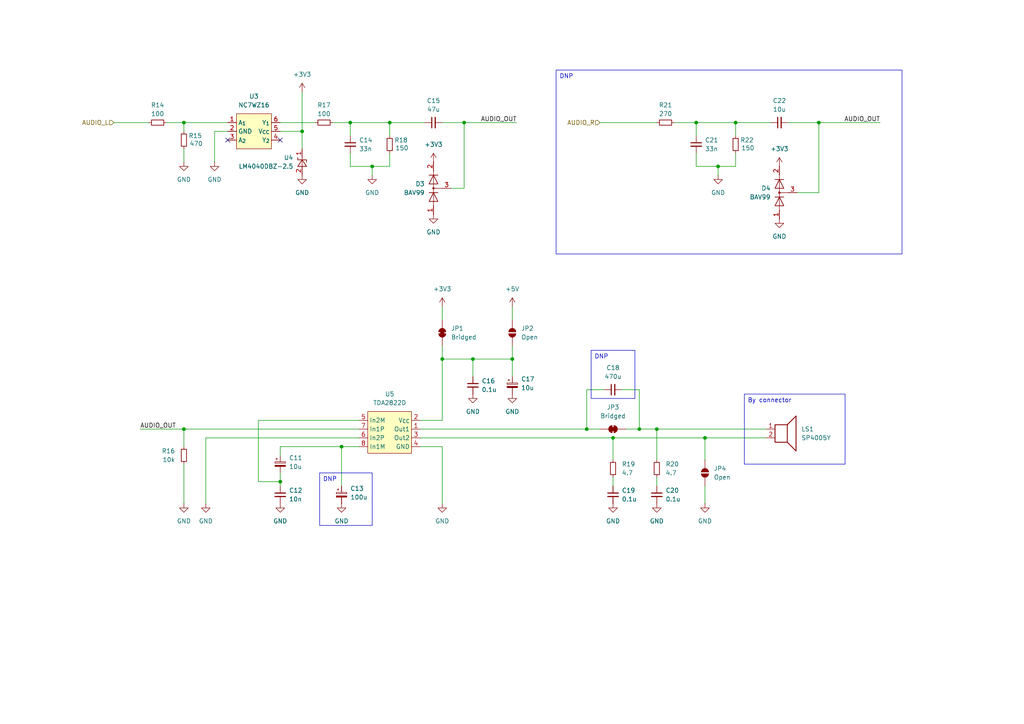
<source format=kicad_sch>
(kicad_sch (version 20250114) (generator "eeschema") (generator_version "9.0")
  (paper "A4")
  (title_block (date "2025-02-26"))
  (lib_symbols
    (symbol "Device:C_Polarized_Small" (pin_numbers (hide yes)) (pin_names (offset 0.254) (hide yes))
      (property "Reference" "C" (at 0.254 1.778 0))
      (property "Value" "C_Polarized_Small" (at 0.254 -2.032 0))
      (symbol "C_Polarized_Small_0_1"
        (rectangle (start -1.524 0.6858) (end 1.524 0.3048))
        (rectangle (start -1.524 -0.3048) (end 1.524 -0.6858) (fill (type outline)))
        (polyline (pts (xy -1.27 1.524) (xy -0.762 1.524)))
        (polyline (pts (xy -1.016 1.27) (xy -1.016 1.778)))
      )
      (symbol "C_Polarized_Small_1_1"
        (pin passive line (at 0 2.54 270) (length 1.8542) (name "~") (number "1"))
        (pin passive line (at 0 -2.54 90) (length 1.8542) (name "~") (number "2"))
      )
    )
    (symbol "Device:C_Small" (pin_numbers (hide yes)) (pin_names (offset 0.254) (hide yes))
      (property "Reference" "C" (at 0.254 1.778 0))
      (property "Value" "C_Small" (at 0.254 -2.032 0))
      (symbol "C_Small_0_1"
        (polyline (pts (xy -1.524 0.508) (xy 1.524 0.508)) (stroke (width 0.3048)))
        (polyline (pts (xy -1.524 -0.508) (xy 1.524 -0.508)) (stroke (width 0.3302)))
      )
      (symbol "C_Small_1_1"
        (pin passive line (at 0 2.54 270) (length 2.032) (name "~") (number "1"))
        (pin passive line (at 0 -2.54 90) (length 2.032) (name "~") (number "2"))
      )
    )
    (symbol "Device:R_Small" (pin_numbers (hide yes)) (pin_names (offset 0.254) (hide yes))
      (property "Reference" "R" (at 0.762 0.508 0))
      (property "Value" "R_Small" (at 0.762 -1.016 0))
      (symbol "R_Small_0_1"
        (rectangle (start -0.762 1.778) (end 0.762 -1.778) (stroke (width 0.2032)))
      )
      (symbol "R_Small_1_1"
        (pin passive line (at 0 2.54 270) (length 0.762) (name "~") (number "1"))
        (pin passive line (at 0 -2.54 90) (length 0.762) (name "~") (number "2"))
      )
    )
    (symbol "Device:Speaker" (pin_names (offset 0) (hide yes))
      (property "Reference" "LS" (at 1.27 5.715 0))
      (property "Value" "Speaker" (at 1.27 3.81 0))
      (symbol "Speaker_0_0"
        (rectangle (start -2.54 1.27) (end 1.016 -3.81) (stroke (width 0.254)))
        (polyline (pts (xy 1.016 1.27) (xy 3.556 3.81) (xy 3.556 -6.35) (xy 1.016 -3.81)) (stroke (width 0.254)))
      )
      (symbol "Speaker_1_1"
        (pin input line (at -5.08 0 0) (length 2.54) (name "1") (number "1"))
        (pin input line (at -5.08 -2.54 0) (length 2.54) (name "2") (number "2"))
      )
    )
    (symbol "Diode:BAV99" (pin_names (hide yes))
      (property "Reference" "D" (at 0 5.08 0))
      (property "Value" "BAV99" (at 0 2.54 0))
      (symbol "BAV99_0_1"
        (polyline (pts (xy -5.08 0) (xy 5.08 0)))
      )
      (symbol "BAV99_1_1"
        (polyline (pts (xy -3.81 1.27) (xy -1.27 0) (xy -3.81 -1.27) (xy -3.81 1.27) (xy -3.81 1.27) (xy -3.81 1.27)) (stroke (width 0.2032)))
        (polyline (pts (xy -1.27 -1.27) (xy -1.27 1.27) (xy -1.27 1.27)) (stroke (width 0.2032)))
        (polyline (pts (xy 0 0) (xy 0 -2.54)))
        (circle (center 0 0) (radius 0.254) (fill (type outline)))
        (polyline (pts (xy 1.27 1.27) (xy 3.81 0) (xy 1.27 -1.27) (xy 1.27 1.27) (xy 1.27 1.27) (xy 1.27 1.27)) (stroke (width 0.2032)))
        (polyline (pts (xy 3.81 1.27) (xy 3.81 -1.27) (xy 3.81 -1.27)) (stroke (width 0.2032)))
        (pin passive line (at -7.62 0 0) (length 2.54) (name "K") (number "1"))
        (pin passive line (at 0 -5.08 90) (length 2.54) (name "K") (number "3"))
        (pin passive line (at 7.62 0 180) (length 2.54) (name "A") (number "2"))
      )
    )
    (symbol "Jumper:SolderJumper_2_Bridged" (pin_numbers (hide yes)) (pin_names (offset 0) (hide yes)) (exclude_from_sim yes) (in_bom no)
      (property "Reference" "JP" (at 0 2.032 0))
      (property "Value" "SolderJumper_2_Bridged" (at 0 -2.54 0))
      (symbol "SolderJumper_2_Bridged_0_1"
        (rectangle (start -0.508 0.508) (end 0.508 -0.508) (fill (type outline)))
        (polyline (pts (xy -0.254 1.016) (xy -0.254 -1.016)))
        (arc (start -0.254 -1.016) (mid -1.2656 0) (end -0.254 1.016))
        (arc (start -0.254 -1.016) (mid -1.2656 0) (end -0.254 1.016) (fill (type outline)))
        (arc (start 0.254 1.016) (mid 1.2656 0) (end 0.254 -1.016))
        (arc (start 0.254 1.016) (mid 1.2656 0) (end 0.254 -1.016) (fill (type outline)))
        (polyline (pts (xy 0.254 1.016) (xy 0.254 -1.016)))
      )
      (symbol "SolderJumper_2_Bridged_1_1"
        (pin passive line (at -3.81 0 0) (length 2.54) (name "A") (number "1"))
        (pin passive line (at 3.81 0 180) (length 2.54) (name "B") (number "2"))
      )
    )
    (symbol "Jumper:SolderJumper_2_Open" (pin_numbers (hide yes)) (pin_names (offset 0) (hide yes)) (exclude_from_sim yes) (in_bom no)
      (property "Reference" "JP" (at 0 2.032 0))
      (property "Value" "SolderJumper_2_Open" (at 0 -2.54 0))
      (symbol "SolderJumper_2_Open_0_1"
        (polyline (pts (xy -0.254 1.016) (xy -0.254 -1.016)))
        (arc (start -0.254 -1.016) (mid -1.2656 0) (end -0.254 1.016))
        (arc (start -0.254 -1.016) (mid -1.2656 0) (end -0.254 1.016) (fill (type outline)))
        (arc (start 0.254 1.016) (mid 1.2656 0) (end 0.254 -1.016))
        (arc (start 0.254 1.016) (mid 1.2656 0) (end 0.254 -1.016) (fill (type outline)))
        (polyline (pts (xy 0.254 1.016) (xy 0.254 -1.016)))
      )
      (symbol "SolderJumper_2_Open_1_1"
        (pin passive line (at -3.81 0 0) (length 2.54) (name "A") (number "1"))
        (pin passive line (at 3.81 0 180) (length 2.54) (name "B") (number "2"))
      )
    )
    (symbol "Reference_Voltage:LM4040DBZ-2.5" (pin_names (offset 0.0254) (hide yes))
      (property "Reference" "U" (at 0 2.54 0))
      (property "Value" "LM4040DBZ-2.5" (at 0 -3.175 0))
      (symbol "LM4040DBZ-2.5_0_1"
        (polyline (pts (xy -1.27 0) (xy 0 0) (xy 1.27 0)))
        (polyline (pts (xy -1.27 -1.27) (xy 0.635 0) (xy -1.27 1.27) (xy -1.27 -1.27)) (stroke (width 0.2032)))
        (polyline (pts (xy 0 -1.27) (xy 0.635 -1.27) (xy 0.635 1.27) (xy 1.27 1.27)) (stroke (width 0.2032)))
      )
      (symbol "LM4040DBZ-2.5_1_1"
        (pin passive line (at -3.81 0 0) (length 2.54) (name "A") (number "2"))
        (pin no_connect line (at -1.27 0 0) (length 2.54) (hide yes) (name "NC") (number "3"))
        (pin passive line (at 3.81 0 180) (length 2.54) (name "K") (number "1"))
      )
    )
    (symbol "hotline_symbols:NC7WZ16"
      (property "Reference" "U" (at -4.064 7.366 0))
      (property "Value" "NC7WZ16" (at 2.794 7.366 0))
      (symbol "NC7WZ16_1_1"
        (rectangle (start -5.08 5.08) (end 5.08 -5.08) (fill (type background)))
        (pin passive line (at -7.62 2.54 0) (length 2.54) (name "A_{1}") (number "1"))
        (pin passive line (at -7.62 0 0) (length 2.54) (name "GND") (number "2"))
        (pin passive line (at -7.62 -2.54 0) (length 2.54) (name "A_{2}") (number "3"))
        (pin passive line (at 7.62 2.54 180) (length 2.54) (name "Y_{1}") (number "6"))
        (pin passive line (at 7.62 0 180) (length 2.54) (name "V_{CC}") (number "5"))
        (pin passive line (at 7.62 -2.54 180) (length 2.54) (name "Y_{2}") (number "4"))
      )
    )
    (symbol "hotline_symbols:TDA2822D"
      (property "Reference" "U" (at -5.334 8.128 0))
      (property "Value" "TDA2822D" (at 1.524 8.128 0))
      (symbol "TDA2822D_1_1"
        (rectangle (start -6.35 6.35) (end 6.35 -5.715) (fill (type background)))
        (pin passive line (at -8.89 3.81 0) (length 2.54) (name "V_{CC}") (number "2"))
        (pin passive line (at -8.89 1.27 0) (length 2.54) (name "Out1") (number "1"))
        (pin passive line (at -8.89 -1.27 0) (length 2.54) (name "Out2") (number "3"))
        (pin passive line (at -8.89 -3.81 0) (length 2.54) (name "GND") (number "4"))
        (pin passive line (at 8.89 3.81 180) (length 2.54) (name "In2M") (number "5"))
        (pin passive line (at 8.89 1.27 180) (length 2.54) (name "In1P") (number "7"))
        (pin passive line (at 8.89 -1.27 180) (length 2.54) (name "In2P") (number "6"))
        (pin passive line (at 8.89 -3.81 180) (length 2.54) (name "In1M") (number "8"))
      )
    )
    (symbol "power:+3V3" (power) (pin_numbers (hide yes)) (pin_names (offset 0) (hide yes))
      (property "Value" "+3V3" (at 0 3.556 0))
      (symbol "+3V3_0_1"
        (polyline (pts (xy -0.762 1.27) (xy 0 2.54)))
        (polyline (pts (xy 0 2.54) (xy 0.762 1.27)))
        (polyline (pts (xy 0 0) (xy 0 2.54)))
      )
      (symbol "+3V3_1_1"
        (pin power_in line (at 0 0 90) (length 0) (name "~") (number "1"))
      )
    )
    (symbol "power:+5V" (power) (pin_numbers (hide yes)) (pin_names (offset 0) (hide yes))
      (property "Value" "+5V" (at 0 3.556 0))
      (symbol "+5V_0_1"
        (polyline (pts (xy -0.762 1.27) (xy 0 2.54)))
        (polyline (pts (xy 0 2.54) (xy 0.762 1.27)))
        (polyline (pts (xy 0 0) (xy 0 2.54)))
      )
      (symbol "+5V_1_1"
        (pin power_in line (at 0 0 90) (length 0) (name "~") (number "1"))
      )
    )
    (symbol "power:GND" (power) (pin_numbers (hide yes)) (pin_names (offset 0) (hide yes))
      (property "Value" "GND" (at 0 -3.81 0))
      (symbol "GND_0_1"
        (polyline (pts (xy 0 0) (xy 0 -1.27) (xy 1.27 -1.27) (xy 0 -2.54) (xy -1.27 -1.27) (xy 0 -1.27)))
      )
      (symbol "GND_1_1"
        (pin power_in line (at 0 0 270) (length 0) (name "~") (number "1"))
      )
    )
  )
  (text_box "DNP" (at 92.71 137.16 0) (size 15.24 15.24) (margins 0.9525 0.9525 0.9525 0.9525) (effects (font (size 1.27 1.27)) (justify left top)))
  (text_box "By connector" (at 215.9 114.3 0) (size 29.21 20.32) (margins 0.9525 0.9525 0.9525 0.9525) (effects (font (size 1.27 1.27)) (justify left top)))
  (text_box "DNP" (at 161.29 20.32 0) (size 100.33 53.34) (margins 0.9525 0.9525 0.9525 0.9525) (effects (font (size 1.27 1.27)) (justify left top)))
  (text_box "DNP" (at 171.45 101.6 0) (size 12.7 13.97) (margins 0.9525 0.9525 0.9525 0.9525) (effects (font (size 1.27 1.27)) (justify left top)))
  (junction (at 81.28 139.7))
  (junction (at 204.47 127))
  (junction (at 99.06 129.54))
  (junction (at 170.18 124.46))
  (junction (at 87.63 38.1))
  (junction (at 53.34 124.46))
  (junction (at 101.6 35.56))
  (junction (at 137.16 104.14))
  (junction (at 107.95 48.26))
  (junction (at 208.28 48.26))
  (junction (at 177.8 127))
  (junction (at 148.59 104.14))
  (junction (at 190.5 124.46))
  (junction (at 213.36 35.56))
  (junction (at 128.27 104.14))
  (junction (at 185.42 124.46))
  (junction (at 53.34 35.56))
  (junction (at 201.93 35.56))
  (junction (at 113.03 35.56))
  (junction (at 237.49 35.56))
  (junction (at 134.62 35.56))
  (no_connect (at 66.04 40.64))
  (no_connect (at 81.28 40.64))
  (wire (pts (xy 81.28 137.16) (xy 81.28 139.7)))
  (wire (pts (xy 190.5 124.46) (xy 190.5 133.35)))
  (wire (pts (xy 104.14 121.92) (xy 74.93 121.92)))
  (wire (pts (xy 177.8 127) (xy 177.8 133.35)))
  (wire (pts (xy 170.18 113.03) (xy 170.18 124.46)))
  (wire (pts (xy 213.36 35.56) (xy 213.36 39.37)))
  (wire (pts (xy 81.28 35.56) (xy 91.44 35.56)))
  (wire (pts (xy 81.28 139.7) (xy 81.28 140.97)))
  (wire (pts (xy 113.03 35.56) (xy 113.03 39.37)))
  (wire (pts (xy 228.6 35.56) (xy 237.49 35.56)))
  (wire (pts (xy 208.28 48.26) (xy 208.28 50.8)))
  (wire (pts (xy 148.59 104.14) (xy 148.59 100.33)))
  (wire (pts (xy 53.34 35.56) (xy 53.34 38.1)))
  (wire (pts (xy 137.16 104.14) (xy 148.59 104.14)))
  (wire (pts (xy 128.27 104.14) (xy 128.27 121.92)))
  (wire (pts (xy 201.93 35.56) (xy 201.93 39.37)))
  (wire (pts (xy 180.34 113.03) (xy 185.42 113.03)))
  (wire (pts (xy 204.47 140.97) (xy 204.47 146.05)))
  (wire (pts (xy 204.47 127) (xy 204.47 133.35)))
  (wire (pts (xy 101.6 35.56) (xy 113.03 35.56)))
  (wire (pts (xy 190.5 138.43) (xy 190.5 140.97)))
  (wire (pts (xy 213.36 48.26) (xy 213.36 44.45)))
  (wire (pts (xy 59.69 127) (xy 104.14 127)))
  (wire (pts (xy 213.36 35.56) (xy 223.52 35.56)))
  (wire (pts (xy 81.28 38.1) (xy 87.63 38.1)))
  (wire (pts (xy 53.34 124.46) (xy 53.34 129.54)))
  (wire (pts (xy 96.52 35.56) (xy 101.6 35.56)))
  (wire (pts (xy 87.63 38.1) (xy 87.63 43.18)))
  (wire (pts (xy 53.34 134.62) (xy 53.34 146.05)))
  (wire (pts (xy 201.93 48.26) (xy 208.28 48.26)))
  (wire (pts (xy 204.47 127) (xy 222.25 127)))
  (wire (pts (xy 113.03 35.56) (xy 123.19 35.56)))
  (wire (pts (xy 101.6 35.56) (xy 101.6 39.37)))
  (wire (pts (xy 99.06 129.54) (xy 104.14 129.54)))
  (wire (pts (xy 148.59 88.9) (xy 148.59 92.71)))
  (wire (pts (xy 177.8 138.43) (xy 177.8 140.97)))
  (wire (pts (xy 101.6 48.26) (xy 107.95 48.26)))
  (wire (pts (xy 128.27 35.56) (xy 134.62 35.56)))
  (wire (pts (xy 81.28 132.08) (xy 81.28 129.54)))
  (wire (pts (xy 208.28 48.26) (xy 213.36 48.26)))
  (wire (pts (xy 48.26 35.56) (xy 53.34 35.56)))
  (wire (pts (xy 62.23 38.1) (xy 66.04 38.1)))
  (wire (pts (xy 130.81 54.61) (xy 134.62 54.61)))
  (wire (pts (xy 99.06 140.97) (xy 99.06 129.54)))
  (wire (pts (xy 134.62 35.56) (xy 149.86 35.56)))
  (wire (pts (xy 113.03 48.26) (xy 113.03 44.45)))
  (wire (pts (xy 137.16 104.14) (xy 137.16 109.22)))
  (wire (pts (xy 148.59 109.22) (xy 148.59 104.14)))
  (wire (pts (xy 59.69 146.05) (xy 59.69 127)))
  (wire (pts (xy 128.27 146.05) (xy 128.27 129.54)))
  (wire (pts (xy 33.02 35.56) (xy 43.18 35.56)))
  (wire (pts (xy 195.58 35.56) (xy 201.93 35.56)))
  (wire (pts (xy 40.64 124.46) (xy 53.34 124.46)))
  (wire (pts (xy 173.99 35.56) (xy 190.5 35.56)))
  (wire (pts (xy 101.6 44.45) (xy 101.6 48.26)))
  (wire (pts (xy 170.18 124.46) (xy 173.99 124.46)))
  (wire (pts (xy 53.34 43.18) (xy 53.34 46.99)))
  (wire (pts (xy 185.42 124.46) (xy 190.5 124.46)))
  (wire (pts (xy 128.27 88.9) (xy 128.27 92.71)))
  (wire (pts (xy 201.93 35.56) (xy 213.36 35.56)))
  (wire (pts (xy 237.49 35.56) (xy 255.27 35.56)))
  (wire (pts (xy 87.63 26.67) (xy 87.63 38.1)))
  (wire (pts (xy 237.49 55.88) (xy 237.49 35.56)))
  (wire (pts (xy 121.92 121.92) (xy 128.27 121.92)))
  (wire (pts (xy 74.93 139.7) (xy 81.28 139.7)))
  (wire (pts (xy 231.14 55.88) (xy 237.49 55.88)))
  (wire (pts (xy 121.92 124.46) (xy 170.18 124.46)))
  (wire (pts (xy 121.92 127) (xy 177.8 127)))
  (wire (pts (xy 175.26 113.03) (xy 170.18 113.03)))
  (wire (pts (xy 185.42 113.03) (xy 185.42 124.46)))
  (wire (pts (xy 128.27 100.33) (xy 128.27 104.14)))
  (wire (pts (xy 74.93 121.92) (xy 74.93 139.7)))
  (wire (pts (xy 128.27 129.54) (xy 121.92 129.54)))
  (wire (pts (xy 62.23 46.99) (xy 62.23 38.1)))
  (wire (pts (xy 53.34 35.56) (xy 66.04 35.56)))
  (wire (pts (xy 107.95 48.26) (xy 113.03 48.26)))
  (wire (pts (xy 107.95 48.26) (xy 107.95 50.8)))
  (wire (pts (xy 190.5 124.46) (xy 222.25 124.46)))
  (wire (pts (xy 134.62 54.61) (xy 134.62 35.56)))
  (wire (pts (xy 128.27 104.14) (xy 137.16 104.14)))
  (wire (pts (xy 181.61 124.46) (xy 185.42 124.46)))
  (wire (pts (xy 81.28 129.54) (xy 99.06 129.54)))
  (wire (pts (xy 177.8 127) (xy 204.47 127)))
  (wire (pts (xy 53.34 124.46) (xy 104.14 124.46)))
  (wire (pts (xy 201.93 44.45) (xy 201.93 48.26)))
  (label "AUDIO_OUT" (at 255.27 35.56 180))
  (label "AUDIO_OUT" (at 149.86 35.56 180))
  (label "AUDIO_OUT" (at 40.64 124.46 0))
  (hierarchical_label "AUDIO_R" (shape input) (at 173.99 35.56 180))
  (hierarchical_label "AUDIO_L" (shape input) (at 33.02 35.56 180))
  (symbol (lib_id "power:GND") (at 190.5 146.05 0) (unit 1)
    (property "Reference" "#PWR053" (effects (hide yes)))
    (property "Value" "GND" (at 190.5 151.13 0))
    (property "Description" "Power symbol creates a global label with name \"GND\" , ground" (effects (hide yes)))
  )
  (symbol (lib_id "Device:C_Polarized_Small") (at 148.59 111.76 0) (unit 1)
    (property "Reference" "C17" (at 151.13 109.9438 0) (effects (justify left)))
    (property "Value" "10u" (at 151.13 112.4838 0) (effects (justify left)))
    (property "Footprint" "Capacitor_SMD:CP_Elec_4x5.7" (effects (hide yes)))
    (property "Description" "Polarized capacitor, small symbol" (effects (hide yes)))
  )
  (symbol (lib_id "power:GND") (at 81.28 146.05 0) (unit 1)
    (property "Reference" "#PWR040" (effects (hide yes)))
    (property "Value" "GND" (at 81.28 151.13 0))
    (property "Description" "Power symbol creates a global label with name \"GND\" , ground" (effects (hide yes)))
  )
  (symbol (lib_id "power:GND") (at 59.69 146.05 0) (unit 1)
    (property "Reference" "#PWR038" (effects (hide yes)))
    (property "Value" "GND" (at 59.69 151.13 0))
    (property "Description" "Power symbol creates a global label with name \"GND\" , ground" (effects (hide yes)))
  )
  (symbol (lib_id "power:+5V") (at 148.59 88.9 0) (unit 1)
    (property "Reference" "#PWR050" (effects (hide yes)))
    (property "Value" "+5V" (at 148.59 83.82 0))
    (property "Description" "Power symbol creates a global label with name \"+5V\"" (effects (hide yes)))
  )
  (symbol (lib_id "Device:R_Small") (at 45.72 35.56 90) (unit 1)
    (property "Reference" "R14" (at 45.72 30.48 90))
    (property "Value" "100" (at 45.72 33.02 90))
    (property "Footprint" "Resistor_SMD:R_0603_1608Metric_Pad0.98x0.95mm_HandSolder" (effects (hide yes)))
    (property "Description" "Resistor, small symbol" (effects (hide yes)))
  )
  (symbol (lib_id "Jumper:SolderJumper_2_Open") (at 148.59 96.52 90) (unit 1) (exclude_from_sim yes) (in_bom no)
    (property "Reference" "JP2" (at 151.13 95.2499 90) (effects (justify right)))
    (property "Value" "Open" (at 151.13 97.7899 90) (effects (justify right)))
    (property "Footprint" "Jumper:SolderJumper-2_P1.3mm_Open_RoundedPad1.0x1.5mm" (effects (hide yes)))
    (property "Description" "Solder Jumper, 2-pole, open" (effects (hide yes)))
  )
  (symbol (lib_id "Diode:BAV99") (at 125.73 54.61 90) (unit 1)
    (property "Reference" "D3" (at 123.19 53.3399 90) (effects (justify left)))
    (property "Value" "BAV99" (at 123.19 55.8799 90) (effects (justify left)))
    (property "Footprint" "Package_TO_SOT_SMD:SOT-23" (effects (hide yes)))
    (property "Datasheet" "https://assets.nexperia.com/documents/data-sheet/BAV99_SER.pdf" (effects (hide yes)))
    (property "Description" "BAV99 High-speed switching diodes, SOT-23" (effects (hide yes)))
  )
  (symbol (lib_id "Reference_Voltage:LM4040DBZ-2.5") (at 87.63 46.99 90) (unit 1)
    (property "Reference" "U4" (at 85.09 45.7199 90) (effects (justify left)))
    (property "Value" "LM4040DBZ-2.5" (at 85.09 48.2599 90) (effects (justify left)))
    (property "Footprint" "Package_TO_SOT_SMD:SOT-23" (effects (hide yes)))
    (property "Datasheet" "http://www.ti.com/lit/ds/symlink/lm4040-n.pdf" (effects (hide yes)))
    (property "Description" "2.500V Precision Micropower Shunt Voltage Reference, SOT-23" (effects (hide yes)))
  )
  (symbol (lib_id "Device:C_Polarized_Small") (at 81.28 134.62 0) (unit 1)
    (property "Reference" "C11" (at 83.82 132.8038 0) (effects (justify left)))
    (property "Value" "10u" (at 83.82 135.3438 0) (effects (justify left)))
    (property "Footprint" "Capacitor_SMD:CP_Elec_4x5.7" (effects (hide yes)))
    (property "Description" "Polarized capacitor, small symbol" (effects (hide yes)))
  )
  (symbol (lib_id "power:+3V3") (at 226.06 48.26 0) (unit 1)
    (property "Reference" "#PWR056" (effects (hide yes)))
    (property "Value" "+3V3" (at 226.06 43.18 0))
    (property "Description" "Power symbol creates a global label with name \"+3V3\"" (effects (hide yes)))
  )
  (symbol (lib_id "power:+3V3") (at 87.63 26.67 0) (unit 1)
    (property "Reference" "#PWR041" (effects (hide yes)))
    (property "Value" "+3V3" (at 87.63 21.59 0))
    (property "Description" "Power symbol creates a global label with name \"+3V3\"" (effects (hide yes)))
  )
  (symbol (lib_id "Device:C_Small") (at 137.16 111.76 0) (unit 1)
    (property "Reference" "C16" (at 139.7 110.4962 0) (effects (justify left)))
    (property "Value" "0.1u" (at 139.7 113.0362 0) (effects (justify left)))
    (property "Footprint" "Capacitor_SMD:C_0603_1608Metric_Pad1.08x0.95mm_HandSolder" (effects (hide yes)))
    (property "Description" "Unpolarized capacitor, small symbol" (effects (hide yes)))
  )
  (symbol (lib_id "Device:R_Small") (at 177.8 135.89 0) (unit 1)
    (property "Reference" "R19" (at 180.34 134.6199 0) (effects (justify left)))
    (property "Value" "4.7" (at 180.34 137.1599 0) (effects (justify left)))
    (property "Footprint" "Resistor_SMD:R_0603_1608Metric_Pad0.98x0.95mm_HandSolder" (effects (hide yes)))
    (property "Description" "Resistor, small symbol" (effects (hide yes)))
  )
  (symbol (lib_id "Device:R_Small") (at 93.98 35.56 90) (unit 1)
    (property "Reference" "R17" (at 93.98 30.48 90))
    (property "Value" "100" (at 93.98 33.02 90))
    (property "Footprint" "Resistor_SMD:R_0603_1608Metric_Pad0.98x0.95mm_HandSolder" (effects (hide yes)))
    (property "Description" "Resistor, small symbol" (effects (hide yes)))
  )
  (symbol (lib_id "power:GND") (at 99.06 146.05 0) (unit 1)
    (property "Reference" "#PWR043" (effects (hide yes)))
    (property "Value" "GND" (at 99.06 151.13 0))
    (property "Description" "Power symbol creates a global label with name \"GND\" , ground" (effects (hide yes)))
  )
  (symbol (lib_id "Device:C_Small") (at 177.8 113.03 90) (unit 1)
    (property "Reference" "C18" (at 177.8063 106.68 90))
    (property "Value" "470u" (at 177.8063 109.22 90))
    (property "Footprint" "Capacitor_SMD:CP_Elec_8x10" (effects (hide yes)))
    (property "Description" "Unpolarized capacitor, small symbol" (effects (hide yes)))
  )
  (symbol (lib_id "Device:C_Small") (at 201.93 41.91 0) (unit 1)
    (property "Reference" "C21" (at 204.47 40.6462 0) (effects (justify left)))
    (property "Value" "33n" (at 204.47 43.1862 0) (effects (justify left)))
    (property "Footprint" "Capacitor_SMD:C_0603_1608Metric_Pad1.08x0.95mm_HandSolder" (effects (hide yes)))
    (property "Description" "Unpolarized capacitor, small symbol" (effects (hide yes)))
  )
  (symbol (lib_id "Device:C_Small") (at 190.5 143.51 0) (unit 1)
    (property "Reference" "C20" (at 193.04 142.2462 0) (effects (justify left)))
    (property "Value" "0.1u" (at 193.04 144.7862 0) (effects (justify left)))
    (property "Footprint" "Capacitor_SMD:C_0603_1608Metric_Pad1.08x0.95mm_HandSolder" (effects (hide yes)))
    (property "Description" "Unpolarized capacitor, small symbol" (effects (hide yes)))
  )
  (symbol (lib_id "Device:R_Small") (at 193.04 35.56 90) (unit 1)
    (property "Reference" "R21" (at 193.04 30.48 90))
    (property "Value" "270" (at 193.04 33.02 90))
    (property "Footprint" "Resistor_SMD:R_0603_1608Metric_Pad0.98x0.95mm_HandSolder" (effects (hide yes)))
    (property "Description" "Resistor, small symbol" (effects (hide yes)))
  )
  (symbol (lib_id "power:GND") (at 226.06 63.5 0) (unit 1)
    (property "Reference" "#PWR057" (effects (hide yes)))
    (property "Value" "GND" (at 226.06 68.58 0))
    (property "Description" "Power symbol creates a global label with name \"GND\" , ground" (effects (hide yes)))
  )
  (symbol (lib_id "Device:R_Small") (at 113.03 41.91 0) (unit 1)
    (property "Reference" "R18" (at 116.332 40.64 0))
    (property "Value" "150" (at 116.586 42.926 0))
    (property "Footprint" "Resistor_SMD:R_0603_1608Metric_Pad0.98x0.95mm_HandSolder" (effects (hide yes)))
    (property "Description" "Resistor, small symbol" (effects (hide yes)))
  )
  (symbol (lib_id "Device:R_Small") (at 190.5 135.89 0) (unit 1)
    (property "Reference" "R20" (at 193.04 134.6199 0) (effects (justify left)))
    (property "Value" "4.7" (at 193.04 137.1599 0) (effects (justify left)))
    (property "Footprint" "Resistor_SMD:R_0603_1608Metric_Pad0.98x0.95mm_HandSolder" (effects (hide yes)))
    (property "Description" "Resistor, small symbol" (effects (hide yes)))
  )
  (symbol (lib_id "power:GND") (at 107.95 50.8 0) (unit 1)
    (property "Reference" "#PWR044" (effects (hide yes)))
    (property "Value" "GND" (at 107.95 55.88 0))
    (property "Description" "Power symbol creates a global label with name \"GND\" , ground" (effects (hide yes)))
  )
  (symbol (lib_id "hotline_symbols:NC7WZ16") (at 73.66 38.1 0) (unit 1)
    (property "Reference" "U3" (at 73.66 27.94 0))
    (property "Value" "NC7WZ16" (at 73.66 30.48 0))
    (property "Footprint" "Package_TO_SOT_SMD:SOT-363_SC-70-6_Handsoldering" (effects (hide yes)))
  )
  (symbol (lib_id "Device:C_Small") (at 101.6 41.91 0) (unit 1)
    (property "Reference" "C14" (at 104.14 40.6462 0) (effects (justify left)))
    (property "Value" "33n" (at 104.14 43.1862 0) (effects (justify left)))
    (property "Footprint" "Capacitor_SMD:C_0603_1608Metric_Pad1.08x0.95mm_HandSolder" (effects (hide yes)))
    (property "Description" "Unpolarized capacitor, small symbol" (effects (hide yes)))
  )
  (symbol (lib_id "power:GND") (at 128.27 146.05 0) (unit 1)
    (property "Reference" "#PWR048" (effects (hide yes)))
    (property "Value" "GND" (at 128.27 151.13 0))
    (property "Description" "Power symbol creates a global label with name \"GND\" , ground" (effects (hide yes)))
  )
  (symbol (lib_id "power:GND") (at 137.16 114.3 0) (unit 1)
    (property "Reference" "#PWR049" (effects (hide yes)))
    (property "Value" "GND" (at 137.16 119.38 0))
    (property "Description" "Power symbol creates a global label with name \"GND\" , ground" (effects (hide yes)))
  )
  (symbol (lib_id "Device:C_Small") (at 177.8 143.51 0) (unit 1)
    (property "Reference" "C19" (at 180.34 142.2462 0) (effects (justify left)))
    (property "Value" "0.1u" (at 180.34 144.7862 0) (effects (justify left)))
    (property "Footprint" "Capacitor_SMD:C_0603_1608Metric_Pad1.08x0.95mm_HandSolder" (effects (hide yes)))
    (property "Description" "Unpolarized capacitor, small symbol" (effects (hide yes)))
  )
  (symbol (lib_id "hotline_symbols:TDA2822D") (at 113.03 125.73 0) (mirror y) (unit 1)
    (property "Reference" "U5" (at 113.03 114.3 0))
    (property "Value" "TDA2822D" (at 113.03 116.84 0))
    (property "Footprint" "Package_SO:SOIC-8_3.9x4.9mm_P1.27mm" (effects (hide yes)))
  )
  (symbol (lib_id "Device:R_Small") (at 53.34 132.08 0) (mirror x) (unit 1)
    (property "Reference" "R16" (at 50.8 130.8099 0) (effects (justify right)))
    (property "Value" "10k" (at 50.8 133.3499 0) (effects (justify right)))
    (property "Footprint" "Resistor_SMD:R_0603_1608Metric_Pad0.98x0.95mm_HandSolder" (effects (hide yes)))
    (property "Description" "Resistor, small symbol" (effects (hide yes)))
  )
  (symbol (lib_id "Device:R_Small") (at 53.34 40.64 0) (unit 1)
    (property "Reference" "R15" (at 56.642 39.37 0))
    (property "Value" "470" (at 56.896 41.656 0))
    (property "Footprint" "Resistor_SMD:R_0603_1608Metric_Pad0.98x0.95mm_HandSolder" (effects (hide yes)))
    (property "Description" "Resistor, small symbol" (effects (hide yes)))
  )
  (symbol (lib_id "Diode:BAV99") (at 226.06 55.88 90) (unit 1)
    (property "Reference" "D4" (at 223.52 54.6099 90) (effects (justify left)))
    (property "Value" "BAV99" (at 223.52 57.1499 90) (effects (justify left)))
    (property "Footprint" "Package_TO_SOT_SMD:SOT-23" (effects (hide yes)))
    (property "Datasheet" "https://assets.nexperia.com/documents/data-sheet/BAV99_SER.pdf" (effects (hide yes)))
    (property "Description" "BAV99 High-speed switching diodes, SOT-23" (effects (hide yes)))
  )
  (symbol (lib_id "Device:C_Small") (at 81.28 143.51 0) (unit 1)
    (property "Reference" "C12" (at 83.82 142.2462 0) (effects (justify left)))
    (property "Value" "10n" (at 83.82 144.7862 0) (effects (justify left)))
    (property "Footprint" "Capacitor_SMD:C_0603_1608Metric_Pad1.08x0.95mm_HandSolder" (effects (hide yes)))
    (property "Description" "Unpolarized capacitor, small symbol" (effects (hide yes)))
  )
  (symbol (lib_id "Jumper:SolderJumper_2_Open") (at 204.47 137.16 90) (unit 1) (exclude_from_sim yes) (in_bom no)
    (property "Reference" "JP4" (at 207.01 135.8899 90) (effects (justify right)))
    (property "Value" "Open" (at 207.01 138.4299 90) (effects (justify right)))
    (property "Footprint" "Jumper:SolderJumper-2_P1.3mm_Open_RoundedPad1.0x1.5mm" (effects (hide yes)))
    (property "Description" "Solder Jumper, 2-pole, open" (effects (hide yes)))
  )
  (symbol (lib_id "power:GND") (at 204.47 146.05 0) (unit 1)
    (property "Reference" "#PWR054" (effects (hide yes)))
    (property "Value" "GND" (at 204.47 151.13 0))
    (property "Description" "Power symbol creates a global label with name \"GND\" , ground" (effects (hide yes)))
  )
  (symbol (lib_id "Device:Speaker") (at 227.33 124.46 0) (unit 1)
    (property "Reference" "LS1" (at 232.41 124.4599 0) (effects (justify left)))
    (property "Value" "SP4005Y" (at 232.41 126.9999 0) (effects (justify left)))
    (property "Footprint" "TerminalBlock_Phoenix:TerminalBlock_Phoenix_PT-1,5-2-5.0-H_1x02_P5.00mm_Horizontal" (effects (hide yes)))
    (property "Description" "Speaker" (effects (hide yes)))
  )
  (symbol (lib_id "Jumper:SolderJumper_2_Bridged") (at 128.27 96.52 90) (unit 1) (exclude_from_sim yes) (in_bom no)
    (property "Reference" "JP1" (at 130.81 95.2499 90) (effects (justify right)))
    (property "Value" "Bridged" (at 130.81 97.7899 90) (effects (justify right)))
    (property "Footprint" "Jumper:SolderJumper-2_P1.3mm_Bridged_RoundedPad1.0x1.5mm" (effects (hide yes)))
    (property "Description" "Solder Jumper, 2-pole, closed/bridged" (effects (hide yes)))
  )
  (symbol (lib_id "power:GND") (at 125.73 62.23 0) (unit 1)
    (property "Reference" "#PWR046" (effects (hide yes)))
    (property "Value" "GND" (at 125.73 67.31 0))
    (property "Description" "Power symbol creates a global label with name \"GND\" , ground" (effects (hide yes)))
  )
  (symbol (lib_id "power:+3V3") (at 125.73 46.99 0) (unit 1)
    (property "Reference" "#PWR045" (effects (hide yes)))
    (property "Value" "+3V3" (at 125.73 41.91 0))
    (property "Description" "Power symbol creates a global label with name \"+3V3\"" (effects (hide yes)))
  )
  (symbol (lib_id "Device:R_Small") (at 213.36 41.91 0) (unit 1)
    (property "Reference" "R22" (at 216.662 40.64 0))
    (property "Value" "150" (at 216.916 42.926 0))
    (property "Footprint" "Resistor_SMD:R_0603_1608Metric_Pad0.98x0.95mm_HandSolder" (effects (hide yes)))
    (property "Description" "Resistor, small symbol" (effects (hide yes)))
  )
  (symbol (lib_id "power:GND") (at 53.34 146.05 0) (unit 1)
    (property "Reference" "#PWR037" (effects (hide yes)))
    (property "Value" "GND" (at 53.34 151.13 0))
    (property "Description" "Power symbol creates a global label with name \"GND\" , ground" (effects (hide yes)))
  )
  (symbol (lib_id "Jumper:SolderJumper_2_Bridged") (at 177.8 124.46 180) (unit 1) (exclude_from_sim yes) (in_bom no)
    (property "Reference" "JP3" (at 177.8 118.11 0))
    (property "Value" "Bridged" (at 177.8 120.65 0))
    (property "Footprint" "Jumper:SolderJumper-2_P1.3mm_Bridged_RoundedPad1.0x1.5mm" (effects (hide yes)))
    (property "Description" "Solder Jumper, 2-pole, closed/bridged" (effects (hide yes)))
  )
  (symbol (lib_id "power:GND") (at 148.59 114.3 0) (unit 1)
    (property "Reference" "#PWR051" (effects (hide yes)))
    (property "Value" "GND" (at 148.59 119.38 0))
    (property "Description" "Power symbol creates a global label with name \"GND\" , ground" (effects (hide yes)))
  )
  (symbol (lib_id "Device:C_Small") (at 125.73 35.56 90) (unit 1)
    (property "Reference" "C15" (at 125.7363 29.21 90))
    (property "Value" "47u" (at 125.7363 31.75 90))
    (property "Footprint" "Capacitor_SMD:C_0805_2012Metric_Pad1.18x1.45mm_HandSolder" (effects (hide yes)))
    (property "Description" "Unpolarized capacitor, small symbol" (effects (hide yes)))
  )
  (symbol (lib_id "power:GND") (at 87.63 50.8 0) (unit 1)
    (property "Reference" "#PWR042" (effects (hide yes)))
    (property "Value" "GND" (at 87.63 55.88 0))
    (property "Description" "Power symbol creates a global label with name \"GND\" , ground" (effects (hide yes)))
  )
  (symbol (lib_id "power:GND") (at 208.28 50.8 0) (unit 1)
    (property "Reference" "#PWR055" (effects (hide yes)))
    (property "Value" "GND" (at 208.28 55.88 0))
    (property "Description" "Power symbol creates a global label with name \"GND\" , ground" (effects (hide yes)))
  )
  (symbol (lib_id "power:GND") (at 62.23 46.99 0) (unit 1)
    (property "Reference" "#PWR039" (effects (hide yes)))
    (property "Value" "GND" (at 62.23 52.07 0))
    (property "Description" "Power symbol creates a global label with name \"GND\" , ground" (effects (hide yes)))
  )
  (symbol (lib_id "Device:C_Polarized_Small") (at 99.06 143.51 0) (unit 1)
    (property "Reference" "C13" (at 101.6 141.6938 0) (effects (justify left)))
    (property "Value" "100u" (at 101.6 144.2338 0) (effects (justify left)))
    (property "Footprint" "Capacitor_SMD:CP_Elec_5x5.3" (effects (hide yes)))
    (property "Description" "Polarized capacitor, small symbol" (effects (hide yes)))
  )
  (symbol (lib_id "power:GND") (at 53.34 46.99 0) (unit 1)
    (property "Reference" "#PWR036" (effects (hide yes)))
    (property "Value" "GND" (at 53.34 52.07 0))
    (property "Description" "Power symbol creates a global label with name \"GND\" , ground" (effects (hide yes)))
  )
  (symbol (lib_id "power:GND") (at 177.8 146.05 0) (unit 1)
    (property "Reference" "#PWR052" (effects (hide yes)))
    (property "Value" "GND" (at 177.8 151.13 0))
    (property "Description" "Power symbol creates a global label with name \"GND\" , ground" (effects (hide yes)))
  )
  (symbol (lib_id "power:+3V3") (at 128.27 88.9 0) (unit 1)
    (property "Reference" "#PWR047" (effects (hide yes)))
    (property "Value" "+3V3" (at 128.27 83.82 0))
    (property "Description" "Power symbol creates a global label with name \"+3V3\"" (effects (hide yes)))
  )
  (symbol (lib_id "Device:C_Small") (at 226.06 35.56 90) (unit 1)
    (property "Reference" "C22" (at 226.0663 29.21 90))
    (property "Value" "10u" (at 226.0663 31.75 90))
    (property "Footprint" "Capacitor_SMD:C_0805_2012Metric_Pad1.18x1.45mm_HandSolder" (effects (hide yes)))
    (property "Description" "Unpolarized capacitor, small symbol" (effects (hide yes)))
  )
)
</source>
